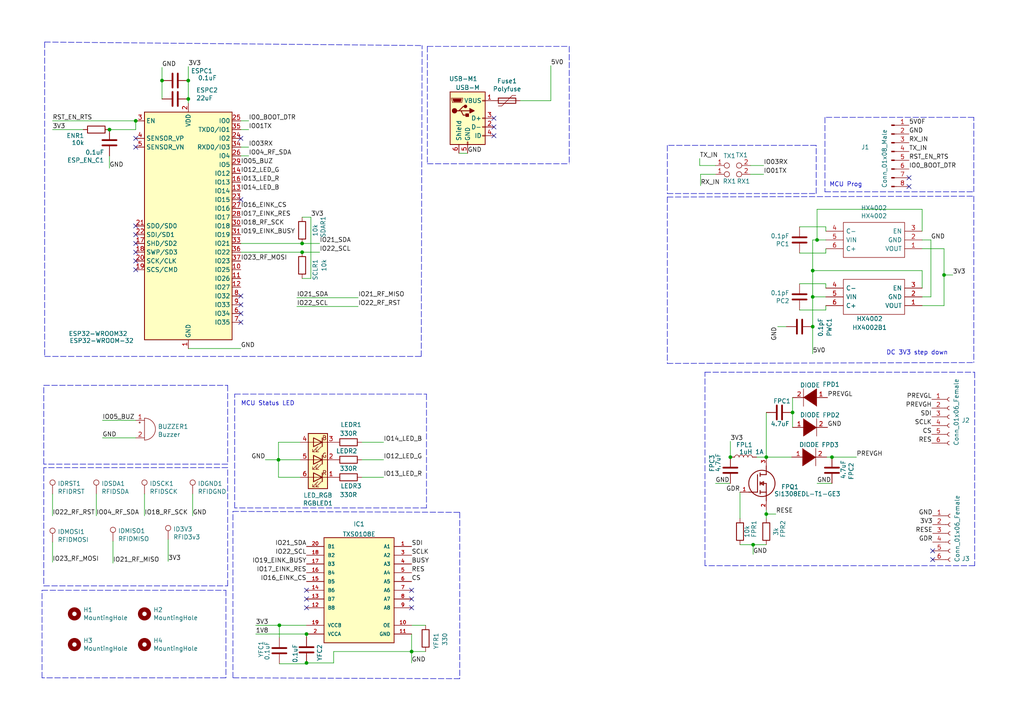
<source format=kicad_sch>
(kicad_sch (version 20211123) (generator eeschema)
  (paper "A4")
  (title_block (title "Wireless RFID NFC Contactless Card Reader - Board") (rev "2.3") (company "AeonLabs") (comment 1 "Copyright 2022"))
  (lib_symbols
    (symbol "Connector:Conn_01x06_Female" (pin_names (offset 1.016) hide)
      (property "Reference" "J" (at 0 7.62 0))
      (property "Value" "Conn_01x06_Female" (at 0 -10.16 0))
      (symbol "Conn_01x06_Female_1_1"
        (arc (start 0 -7.112) (mid -0.508 -7.62) (end 0 -8.128) (stroke (width 0.1524)))
        (arc (start 0 -4.572) (mid -0.508 -5.08) (end 0 -5.588) (stroke (width 0.1524)))
        (arc (start 0 -2.032) (mid -0.508 -2.54) (end 0 -3.048) (stroke (width 0.1524)))
        (polyline (pts (xy -1.27 -7.62) (xy -0.508 -7.62)) (stroke (width 0.1524)))
        (polyline (pts (xy -1.27 -5.08) (xy -0.508 -5.08)) (stroke (width 0.1524)))
        (polyline (pts (xy -1.27 -2.54) (xy -0.508 -2.54)) (stroke (width 0.1524)))
        (polyline (pts (xy -1.27 0) (xy -0.508 0)) (stroke (width 0.1524)))
        (polyline (pts (xy -1.27 2.54) (xy -0.508 2.54)) (stroke (width 0.1524)))
        (polyline (pts (xy -1.27 5.08) (xy -0.508 5.08)) (stroke (width 0.1524)))
        (arc (start 0 0.508) (mid -0.508 0) (end 0 -0.508) (stroke (width 0.1524)))
        (arc (start 0 3.048) (mid -0.508 2.54) (end 0 2.032) (stroke (width 0.1524)))
        (arc (start 0 5.588) (mid -0.508 5.08) (end 0 4.572) (stroke (width 0.1524)))
        (pin passive line (at -5.08 5.08 0) (length 3.81) (name "Pin_1") (number "1"))
        (pin passive line (at -5.08 2.54 0) (length 3.81) (name "Pin_2") (number "2"))
        (pin passive line (at -5.08 0 0) (length 3.81) (name "Pin_3") (number "3"))
        (pin passive line (at -5.08 -2.54 0) (length 3.81) (name "Pin_4") (number "4"))
        (pin passive line (at -5.08 -5.08 0) (length 3.81) (name "Pin_5") (number "5"))
        (pin passive line (at -5.08 -7.62 0) (length 3.81) (name "Pin_6") (number "6"))
      )
    )
    (symbol "Connector:Conn_01x08_Male" (pin_names (offset 1.016) hide)
      (property "Reference" "J" (at 0 10.16 0))
      (property "Value" "Conn_01x08_Male" (at 0 -12.7 0))
      (symbol "Conn_01x08_Male_1_1"
        (polyline (pts (xy 1.27 -10.16) (xy 0.8636 -10.16)) (stroke (width 0.1524)))
        (polyline (pts (xy 1.27 -7.62) (xy 0.8636 -7.62)) (stroke (width 0.1524)))
        (polyline (pts (xy 1.27 -5.08) (xy 0.8636 -5.08)) (stroke (width 0.1524)))
        (polyline (pts (xy 1.27 -2.54) (xy 0.8636 -2.54)) (stroke (width 0.1524)))
        (polyline (pts (xy 1.27 0) (xy 0.8636 0)) (stroke (width 0.1524)))
        (polyline (pts (xy 1.27 2.54) (xy 0.8636 2.54)) (stroke (width 0.1524)))
        (polyline (pts (xy 1.27 5.08) (xy 0.8636 5.08)) (stroke (width 0.1524)))
        (polyline (pts (xy 1.27 7.62) (xy 0.8636 7.62)) (stroke (width 0.1524)))
        (rectangle (start 0.8636 -10.033) (end 0 -10.287) (stroke (width 0.1524)) (fill (type outline)))
        (rectangle (start 0.8636 -7.493) (end 0 -7.747) (stroke (width 0.1524)) (fill (type outline)))
        (rectangle (start 0.8636 -4.953) (end 0 -5.207) (stroke (width 0.1524)) (fill (type outline)))
        (rectangle (start 0.8636 -2.413) (end 0 -2.667) (stroke (width 0.1524)) (fill (type outline)))
        (rectangle (start 0.8636 0.127) (end 0 -0.127) (stroke (width 0.1524)) (fill (type outline)))
        (rectangle (start 0.8636 2.667) (end 0 2.413) (stroke (width 0.1524)) (fill (type outline)))
        (rectangle (start 0.8636 5.207) (end 0 4.953) (stroke (width 0.1524)) (fill (type outline)))
        (rectangle (start 0.8636 7.747) (end 0 7.493) (stroke (width 0.1524)) (fill (type outline)))
        (pin passive line (at 5.08 7.62 180) (length 3.81) (name "Pin_1") (number "1"))
        (pin passive line (at 5.08 5.08 180) (length 3.81) (name "Pin_2") (number "2"))
        (pin passive line (at 5.08 2.54 180) (length 3.81) (name "Pin_3") (number "3"))
        (pin passive line (at 5.08 0 180) (length 3.81) (name "Pin_4") (number "4"))
        (pin passive line (at 5.08 -2.54 180) (length 3.81) (name "Pin_5") (number "5"))
        (pin passive line (at 5.08 -5.08 180) (length 3.81) (name "Pin_6") (number "6"))
        (pin passive line (at 5.08 -7.62 180) (length 3.81) (name "Pin_7") (number "7"))
        (pin passive line (at 5.08 -10.16 180) (length 3.81) (name "Pin_8") (number "8"))
      )
    )
    (symbol "Connector:TestPoint" (pin_numbers hide) (pin_names (offset 0.762) hide)
      (property "Reference" "TP" (at 0 6.858 0))
      (property "Value" "TestPoint" (at 0 5.08 0))
      (symbol "TestPoint_0_1"
        (circle (center 0 3.302) (radius 0.762))
      )
      (symbol "TestPoint_1_1"
        (pin passive line (at 0 0 90) (length 2.54) (name "1") (number "1"))
      )
    )
    (symbol "Connector:TestPoint_2Pole" (pin_names (offset 0.762) hide)
      (property "Reference" "TP" (at 0 1.524 0))
      (property "Value" "TestPoint_2Pole" (at 0 -1.778 0))
      (symbol "TestPoint_2Pole_0_1"
        (circle (center -1.778 0) (radius 0.762))
        (circle (center 1.778 0) (radius 0.762))
        (pin passive line (at -5.08 0 0) (length 2.54) (name "1") (number "1"))
        (pin passive line (at 5.08 0 180) (length 2.54) (name "2") (number "2"))
      )
    )
    (symbol "Connector:USB_B_Micro" (pin_names (offset 1.016))
      (property "Reference" "J" (at -5.08 11.43 0))
      (property "Value" "USB_B_Micro" (at -5.08 8.89 0))
      (symbol "USB_B_Micro_0_1"
        (rectangle (start -5.08 -7.62) (end 5.08 7.62) (stroke (width 0.254)) (fill (type background)))
        (circle (center -3.81 2.159) (radius 0.635) (stroke (width 0.254)) (fill (type outline)))
        (circle (center -0.635 3.429) (radius 0.381) (stroke (width 0.254)) (fill (type outline)))
        (rectangle (start -0.127 -7.62) (end 0.127 -6.858))
        (polyline (pts (xy -1.905 2.159) (xy 0.635 2.159)) (stroke (width 0.254)))
        (polyline (pts (xy -3.175 2.159) (xy -2.54 2.159) (xy -1.27 3.429) (xy -0.635 3.429)) (stroke (width 0.254)))
        (polyline (pts (xy -2.54 2.159) (xy -1.905 2.159) (xy -1.27 0.889) (xy 0 0.889)) (stroke (width 0.254)))
        (polyline (pts (xy 0.635 2.794) (xy 0.635 1.524) (xy 1.905 2.159) (xy 0.635 2.794)) (stroke (width 0.254)) (fill (type outline)))
        (polyline (pts (xy -4.318 5.588) (xy -1.778 5.588) (xy -2.032 4.826) (xy -4.064 4.826) (xy -4.318 5.588)) (fill (type outline)))
        (polyline (pts (xy -4.699 5.842) (xy -4.699 5.588) (xy -4.445 4.826) (xy -4.445 4.572) (xy -1.651 4.572) (xy -1.651 4.826) (xy -1.397 5.588) (xy -1.397 5.842) (xy -4.699 5.842)))
        (rectangle (start 0.254 1.27) (end -0.508 0.508) (stroke (width 0.254)) (fill (type outline)))
        (rectangle (start 5.08 -5.207) (end 4.318 -4.953))
        (rectangle (start 5.08 -2.667) (end 4.318 -2.413))
        (rectangle (start 5.08 -0.127) (end 4.318 0.127))
        (rectangle (start 5.08 4.953) (end 4.318 5.207))
      )
      (symbol "USB_B_Micro_1_1"
        (pin power_out line (at 7.62 5.08 180) (length 2.54) (name "VBUS") (number "1"))
        (pin bidirectional line (at 7.62 -2.54 180) (length 2.54) (name "D-") (number "2"))
        (pin bidirectional line (at 7.62 0 180) (length 2.54) (name "D+") (number "3"))
        (pin passive line (at 7.62 -5.08 180) (length 2.54) (name "ID") (number "4"))
        (pin power_out line (at 0 -10.16 90) (length 2.54) (name "GND") (number "5"))
        (pin passive line (at -2.54 -10.16 90) (length 2.54) (name "Shield") (number "6"))
      )
    )
    (symbol "Device:Buzzer" (pin_names (offset 0.0254) hide)
      (property "Reference" "BZ" (at 3.81 1.27 0))
      (property "Value" "Buzzer" (at 3.81 -1.27 0))
      (symbol "Buzzer_0_1"
        (arc (start 0 -3.175) (mid 3.175 0) (end 0 3.175))
        (polyline (pts (xy -1.651 1.905) (xy -1.143 1.905)))
        (polyline (pts (xy -1.397 2.159) (xy -1.397 1.651)))
        (polyline (pts (xy 0 3.175) (xy 0 -3.175)))
      )
      (symbol "Buzzer_1_1"
        (pin passive line (at -2.54 2.54 0) (length 2.54) (name "-") (number "1"))
        (pin passive line (at -2.54 -2.54 0) (length 2.54) (name "+") (number "2"))
      )
    )
    (symbol "Device:C" (pin_numbers hide) (pin_names (offset 0.254))
      (property "Reference" "C" (at 0.635 2.54 0))
      (property "Value" "C" (at 0.635 -2.54 0))
      (symbol "C_0_1"
        (polyline (pts (xy -2.032 -0.762) (xy 2.032 -0.762)) (stroke (width 0.508)))
        (polyline (pts (xy -2.032 0.762) (xy 2.032 0.762)) (stroke (width 0.508)))
      )
      (symbol "C_1_1"
        (pin passive line (at 0 3.81 270) (length 2.794) (name "~") (number "1"))
        (pin passive line (at 0 -3.81 90) (length 2.794) (name "~") (number "2"))
      )
    )
    (symbol "Device:L" (pin_numbers hide) (pin_names (offset 1.016) hide)
      (property "Reference" "L" (at -1.27 0 90))
      (property "Value" "L" (at 1.905 0 90))
      (symbol "L_0_1"
        (arc (start 0 -2.54) (mid 0.635 -1.905) (end 0 -1.27))
        (arc (start 0 -1.27) (mid 0.635 -0.635) (end 0 0))
        (arc (start 0 0) (mid 0.635 0.635) (end 0 1.27))
        (arc (start 0 1.27) (mid 0.635 1.905) (end 0 2.54))
      )
      (symbol "L_1_1"
        (pin passive line (at 0 3.81 270) (length 1.27) (name "1") (number "1"))
        (pin passive line (at 0 -3.81 90) (length 1.27) (name "2") (number "2"))
      )
    )
    (symbol "Device:LED_RGB" (pin_names (offset 0) hide)
      (property "Reference" "D" (at 0 9.398 0))
      (property "Value" "LED_RGB" (at 0 -8.89 0))
      (symbol "LED_RGB_0_0"
        (text "B" (at -1.905 -6.35 0) (effects (font (size 1.27 1.27))))
        (text "G" (at -1.905 -1.27 0) (effects (font (size 1.27 1.27))))
        (text "R" (at -1.905 3.81 0) (effects (font (size 1.27 1.27))))
      )
      (symbol "LED_RGB_0_1"
        (polyline (pts (xy -1.27 -5.08) (xy -2.54 -5.08)))
        (polyline (pts (xy -1.27 -5.08) (xy 1.27 -5.08)))
        (polyline (pts (xy -1.27 -3.81) (xy -1.27 -6.35)) (stroke (width 0.254)))
        (polyline (pts (xy -1.27 0) (xy -2.54 0)))
        (polyline (pts (xy -1.27 1.27) (xy -1.27 -1.27)) (stroke (width 0.254)))
        (polyline (pts (xy -1.27 5.08) (xy -2.54 5.08)))
        (polyline (pts (xy -1.27 5.08) (xy 1.27 5.08)))
        (polyline (pts (xy -1.27 6.35) (xy -1.27 3.81)) (stroke (width 0.254)))
        (polyline (pts (xy 1.27 -5.08) (xy 2.54 -5.08)))
        (polyline (pts (xy 1.27 0) (xy -1.27 0)))
        (polyline (pts (xy 1.27 0) (xy 2.54 0)))
        (polyline (pts (xy 1.27 5.08) (xy 2.54 5.08)))
        (polyline (pts (xy -1.27 1.27) (xy -1.27 -1.27) (xy -1.27 -1.27)))
        (polyline (pts (xy -1.27 6.35) (xy -1.27 3.81) (xy -1.27 3.81)))
        (polyline (pts (xy 1.27 -3.81) (xy 1.27 -6.35) (xy -1.27 -5.08) (xy 1.27 -3.81)) (stroke (width 0.254)))
        (polyline (pts (xy 1.27 1.27) (xy 1.27 -1.27) (xy -1.27 0) (xy 1.27 1.27)) (stroke (width 0.254)))
        (polyline (pts (xy 1.27 6.35) (xy 1.27 3.81) (xy -1.27 5.08) (xy 1.27 6.35)) (stroke (width 0.254)))
        (polyline (pts (xy -1.016 -3.81) (xy 0.508 -2.286) (xy -0.254 -2.286) (xy 0.508 -2.286) (xy 0.508 -3.048)))
        (polyline (pts (xy -1.016 1.27) (xy 0.508 2.794) (xy -0.254 2.794) (xy 0.508 2.794) (xy 0.508 2.032)))
        (polyline (pts (xy -1.016 6.35) (xy 0.508 7.874) (xy -0.254 7.874) (xy 0.508 7.874) (xy 0.508 7.112)))
        (polyline (pts (xy 0 -3.81) (xy 1.524 -2.286) (xy 0.762 -2.286) (xy 1.524 -2.286) (xy 1.524 -3.048)))
        (polyline (pts (xy 0 1.27) (xy 1.524 2.794) (xy 0.762 2.794) (xy 1.524 2.794) (xy 1.524 2.032)))
        (polyline (pts (xy 0 6.35) (xy 1.524 7.874) (xy 0.762 7.874) (xy 1.524 7.874) (xy 1.524 7.112)))
        (rectangle (start 1.27 -1.27) (end 1.27 1.27))
        (rectangle (start 1.27 1.27) (end 1.27 1.27))
        (rectangle (start 1.27 3.81) (end 1.27 6.35))
        (rectangle (start 1.27 6.35) (end 1.27 6.35))
        (rectangle (start 2.794 8.382) (end -2.794 -7.62) (stroke (width 0.254)) (fill (type background)))
      )
      (symbol "LED_RGB_1_1"
        (pin passive line (at -5.08 5.08 0) (length 2.54) (name "RK") (number "1"))
        (pin passive line (at -5.08 0 0) (length 2.54) (name "GK") (number "2"))
        (pin passive line (at -5.08 -5.08 0) (length 2.54) (name "BK") (number "3"))
        (pin passive line (at 5.08 -5.08 180) (length 2.54) (name "BA") (number "4"))
        (pin passive line (at 5.08 0 180) (length 2.54) (name "GA") (number "5"))
        (pin passive line (at 5.08 5.08 180) (length 2.54) (name "RA") (number "6"))
      )
    )
    (symbol "Device:Polyfuse" (pin_numbers hide) (pin_names (offset 0))
      (property "Reference" "F" (at -2.54 0 90))
      (property "Value" "Polyfuse" (at 2.54 0 90))
      (symbol "Polyfuse_0_1"
        (rectangle (start -0.762 2.54) (end 0.762 -2.54) (stroke (width 0.254)))
        (polyline (pts (xy 0 2.54) (xy 0 -2.54)))
        (polyline (pts (xy -1.524 2.54) (xy -1.524 1.524) (xy 1.524 -1.524) (xy 1.524 -2.54)))
      )
      (symbol "Polyfuse_1_1"
        (pin passive line (at 0 3.81 270) (length 1.27) (name "~") (number "1"))
        (pin passive line (at 0 -3.81 90) (length 1.27) (name "~") (number "2"))
      )
    )
    (symbol "Device:R" (pin_numbers hide) (pin_names (offset 0))
      (property "Reference" "R" (at 2.032 0 90))
      (property "Value" "R" (at 0 0 90))
      (symbol "R_0_1"
        (rectangle (start -1.016 -2.54) (end 1.016 2.54) (stroke (width 0.254)))
      )
      (symbol "R_1_1"
        (pin passive line (at 0 3.81 270) (length 1.27) (name "~") (number "1"))
        (pin passive line (at 0 -3.81 90) (length 1.27) (name "~") (number "2"))
      )
    )
    (symbol "HX4002:HX4002" (pin_names (offset 0.762))
      (property "Reference" "IC" (at 24.13 7.62 0))
      (property "Value" "HX4002_HX4002" (at 24.13 5.08 0))
      (symbol "HX4002_0_0"
        (pin passive line (at 0 0 0) (length 5.08) (name "VOUT") (number "1"))
        (pin passive line (at 0 -2.54 0) (length 5.08) (name "GND") (number "2"))
        (pin passive line (at 0 -5.08 0) (length 5.08) (name "EN") (number "3"))
        (pin passive line (at 27.94 -5.08 180) (length 5.08) (name "C-") (number "4"))
        (pin passive line (at 27.94 -2.54 180) (length 5.08) (name "VIN") (number "5"))
        (pin passive line (at 27.94 0 180) (length 5.08) (name "C+") (number "6"))
      )
      (symbol "HX4002_0_1"
        (polyline (pts (xy 5.08 2.54) (xy 22.86 2.54) (xy 22.86 -7.62) (xy 5.08 -7.62) (xy 5.08 2.54)) (stroke (width 0.1524)))
      )
    )
    (symbol "Mechanical:MountingHole" (pin_names (offset 1.016))
      (property "Reference" "H" (at 0 5.08 0))
      (property "Value" "MountingHole" (at 0 3.175 0))
      (symbol "MountingHole_0_1"
        (circle (center 0 0) (radius 1.27) (stroke (width 1.27)))
      )
    )
    (symbol "RF_Module:ESP32-WROOM-32"
      (property "Reference" "U" (at -12.7 34.29 0))
      (property "Value" "ESP32-WROOM-32" (at 1.27 34.29 0))
      (symbol "ESP32-WROOM-32_0_1"
        (rectangle (start -12.7 33.02) (end 12.7 -33.02) (stroke (width 0.254)) (fill (type background)))
      )
      (symbol "ESP32-WROOM-32_1_1"
        (pin power_in line (at 0 -35.56 90) (length 2.54) (name "GND") (number "1"))
        (pin bidirectional line (at 15.24 -12.7 180) (length 2.54) (name "IO25") (number "10"))
        (pin bidirectional line (at 15.24 -15.24 180) (length 2.54) (name "IO26") (number "11"))
        (pin bidirectional line (at 15.24 -17.78 180) (length 2.54) (name "IO27") (number "12"))
        (pin bidirectional line (at 15.24 10.16 180) (length 2.54) (name "IO14") (number "13"))
        (pin bidirectional line (at 15.24 15.24 180) (length 2.54) (name "IO12") (number "14"))
        (pin passive line (at 0 -35.56 90) (length 2.54) hide (name "GND") (number "15"))
        (pin bidirectional line (at 15.24 12.7 180) (length 2.54) (name "IO13") (number "16"))
        (pin bidirectional line (at -15.24 -5.08 0) (length 2.54) (name "SHD/SD2") (number "17"))
        (pin bidirectional line (at -15.24 -7.62 0) (length 2.54) (name "SWP/SD3") (number "18"))
        (pin bidirectional line (at -15.24 -12.7 0) (length 2.54) (name "SCS/CMD") (number "19"))
        (pin power_in line (at 0 35.56 270) (length 2.54) (name "VDD") (number "2"))
        (pin bidirectional line (at -15.24 -10.16 0) (length 2.54) (name "SCK/CLK") (number "20"))
        (pin bidirectional line (at -15.24 0 0) (length 2.54) (name "SDO/SD0") (number "21"))
        (pin bidirectional line (at -15.24 -2.54 0) (length 2.54) (name "SDI/SD1") (number "22"))
        (pin bidirectional line (at 15.24 7.62 180) (length 2.54) (name "IO15") (number "23"))
        (pin bidirectional line (at 15.24 25.4 180) (length 2.54) (name "IO2") (number "24"))
        (pin bidirectional line (at 15.24 30.48 180) (length 2.54) (name "IO0") (number "25"))
        (pin bidirectional line (at 15.24 20.32 180) (length 2.54) (name "IO4") (number "26"))
        (pin bidirectional line (at 15.24 5.08 180) (length 2.54) (name "IO16") (number "27"))
        (pin bidirectional line (at 15.24 2.54 180) (length 2.54) (name "IO17") (number "28"))
        (pin bidirectional line (at 15.24 17.78 180) (length 2.54) (name "IO5") (number "29"))
        (pin input line (at -15.24 30.48 0) (length 2.54) (name "EN") (number "3"))
        (pin bidirectional line (at 15.24 0 180) (length 2.54) (name "IO18") (number "30"))
        (pin bidirectional line (at 15.24 -2.54 180) (length 2.54) (name "IO19") (number "31"))
        (pin no_connect line (at -12.7 -27.94 0) (length 2.54) hide (name "NC") (number "32"))
        (pin bidirectional line (at 15.24 -5.08 180) (length 2.54) (name "IO21") (number "33"))
        (pin bidirectional line (at 15.24 22.86 180) (length 2.54) (name "RXD0/IO3") (number "34"))
        (pin bidirectional line (at 15.24 27.94 180) (length 2.54) (name "TXD0/IO1") (number "35"))
        (pin bidirectional line (at 15.24 -7.62 180) (length 2.54) (name "IO22") (number "36"))
        (pin bidirectional line (at 15.24 -10.16 180) (length 2.54) (name "IO23") (number "37"))
        (pin passive line (at 0 -35.56 90) (length 2.54) hide (name "GND") (number "38"))
        (pin passive line (at 0 -35.56 90) (length 2.54) hide (name "GND") (number "39"))
        (pin input line (at -15.24 25.4 0) (length 2.54) (name "SENSOR_VP") (number "4"))
        (pin input line (at -15.24 22.86 0) (length 2.54) (name "SENSOR_VN") (number "5"))
        (pin input line (at 15.24 -25.4 180) (length 2.54) (name "IO34") (number "6"))
        (pin input line (at 15.24 -27.94 180) (length 2.54) (name "IO35") (number "7"))
        (pin bidirectional line (at 15.24 -20.32 180) (length 2.54) (name "IO32") (number "8"))
        (pin bidirectional line (at 15.24 -22.86 180) (length 2.54) (name "IO33") (number "9"))
      )
    )
    (symbol "Transistor_FET:SI1308EDL-T1-GE3" (pin_names (offset 1.016) hide)
      (property "Reference" "Q" (at 11.43 3.81 0))
      (property "Value" "SI1308EDL-T1-GE3" (at 13.208 6.604 0))
      (symbol "SI1308EDL-T1-GE3_0_0"
        (polyline (pts (xy 2.54 0) (xy 5.08 0)) (stroke (width 0.254)))
        (polyline (pts (xy 5.08 5.08) (xy 5.08 0)) (stroke (width 0.254)))
        (polyline (pts (xy 5.842 -0.508) (xy 5.842 0.508)) (stroke (width 0.254)))
        (polyline (pts (xy 5.842 0) (xy 7.62 0)) (stroke (width 0.254)))
        (polyline (pts (xy 5.842 2.032) (xy 5.842 3.048)) (stroke (width 0.254)))
        (polyline (pts (xy 5.842 5.588) (xy 5.842 4.572)) (stroke (width 0.254)))
        (polyline (pts (xy 7.62 2.54) (xy 5.842 2.54)) (stroke (width 0.254)))
        (polyline (pts (xy 7.62 2.54) (xy 7.62 -2.54)) (stroke (width 0.254)))
        (polyline (pts (xy 7.62 5.08) (xy 5.842 5.08)) (stroke (width 0.254)))
        (polyline (pts (xy 7.62 5.08) (xy 7.62 7.62)) (stroke (width 0.254)))
        (polyline (pts (xy 5.842 2.54) (xy 6.858 3.048) (xy 6.858 2.032) (xy 5.842 2.54)) (stroke (width 0.254)) (fill (type background)))
        (circle (center 6.35 2.54) (radius 3.81) (stroke (width 0.254)))
        (pin bidirectional line (at 0 0 0) (length 2.54) (name "~") (number "1"))
        (pin bidirectional line (at 7.62 -5.08 90) (length 2.54) (name "~") (number "2"))
        (pin bidirectional line (at 7.62 10.16 270) (length 2.54) (name "~") (number "3"))
      )
    )
    (symbol "power:TXS0108E" (pin_names (offset 1.016))
      (property "Reference" "IC" (at -10.16 16.256 0))
      (property "Value" "TXS0108E" (at -10.16 -18.034 0))
      (symbol "TXS0108E_0_0"
        (rectangle (start -10.16 -15.24) (end 10.16 15.24) (stroke (width 0.254)) (fill (type background)))
        (pin bidirectional line (at 15.24 12.7 180) (length 5.08) (name "A1") (number "1"))
        (pin bidirectional line (at 15.24 -10.16 180) (length 5.08) (name "OE") (number "10"))
        (pin bidirectional line (at 15.24 -12.7 180) (length 5.08) (name "GND") (number "11"))
        (pin bidirectional line (at -15.24 -5.08 0) (length 5.08) (name "B8") (number "12"))
        (pin bidirectional line (at -15.24 -2.54 0) (length 5.08) (name "B7") (number "13"))
        (pin bidirectional line (at -15.24 0 0) (length 5.08) (name "B6") (number "14"))
        (pin bidirectional line (at -15.24 2.54 0) (length 5.08) (name "B5") (number "15"))
        (pin bidirectional line (at -15.24 5.08 0) (length 5.08) (name "B4") (number "16"))
        (pin bidirectional line (at -15.24 7.62 0) (length 5.08) (name "B3") (number "17"))
        (pin bidirectional line (at -15.24 10.16 0) (length 5.08) (name "B2") (number "18"))
        (pin bidirectional line (at -15.24 -10.16 0) (length 5.08) (name "VCCB") (number "19"))
        (pin bidirectional line (at -15.24 -12.7 0) (length 5.08) (name "VCCA") (number "2"))
        (pin bidirectional line (at -15.24 12.7 0) (length 5.08) (name "B1") (number "20"))
        (pin bidirectional line (at 15.24 10.16 180) (length 5.08) (name "A2") (number "3"))
        (pin bidirectional line (at 15.24 7.62 180) (length 5.08) (name "A3") (number "4"))
        (pin bidirectional line (at 15.24 5.08 180) (length 5.08) (name "A4") (number "5"))
        (pin bidirectional line (at 15.24 2.54 180) (length 5.08) (name "A5") (number "6"))
        (pin bidirectional line (at 15.24 0 180) (length 5.08) (name "A6") (number "7"))
        (pin bidirectional line (at 15.24 -2.54 180) (length 5.08) (name "A7") (number "8"))
        (pin bidirectional line (at 15.24 -5.08 180) (length 5.08) (name "A8") (number "9"))
      )
    )
    (symbol "pspice:DIODE" (pin_names (offset 1.016) hide)
      (property "Reference" "D" (at 0 3.81 0))
      (property "Value" "DIODE" (at 0 -4.445 0))
      (symbol "DIODE_0_1"
        (polyline (pts (xy 1.905 2.54) (xy 1.905 -2.54)))
        (polyline (pts (xy -1.905 2.54) (xy -1.905 -2.54) (xy 1.905 0)) (fill (type outline)))
      )
      (symbol "DIODE_1_1"
        (pin input line (at -5.08 0 0) (length 3.81) (name "K") (number "1"))
        (pin input line (at 5.08 0 180) (length 3.81) (name "A") (number "2"))
      )
    )
  )
  (junction (at 218.44 157.988))
  (junction (at 81.026 181.356))
  (junction (at 273.812 79.756))
  (junction (at 229.87 119.634))
  (junction (at 119.38 188.976))
  (junction (at 235.712 94.742))
  (junction (at 54.61 23.368))
  (junction (at 88.9 183.896))
  (junction (at 87.63 70.612))
  (junction (at 235.712 78.486))
  (junction (at 39.37 35.052))
  (junction (at 236.982 69.596))
  (junction (at 241.3 132.588))
  (junction (at 80.772 133.35))
  (junction (at 31.75 37.592))
  (junction (at 46.99 23.368))
  (junction (at 88.9 192.278))
  (junction (at 54.61 28.702))
  (junction (at 222.25 132.588))
  (junction (at 235.712 86.106))
  (junction (at 87.63 73.152))
  (junction (at 211.836 132.588))
  (junction (at 222.25 149.098))
  (no_connect (at 119.38 171.196))
  (no_connect (at 88.9 171.196))
  (no_connect (at 39.37 65.532))
  (no_connect (at 143.256 36.83))
  (no_connect (at 143.256 34.29))
  (no_connect (at 119.38 173.736))
  (no_connect (at 119.38 176.276))
  (no_connect (at 88.9 173.736))
  (no_connect (at 88.9 176.276))
  (no_connect (at 69.85 85.852))
  (no_connect (at 69.85 88.392))
  (no_connect (at 69.85 90.932))
  (no_connect (at 39.37 78.232))
  (no_connect (at 39.37 73.152))
  (no_connect (at 263.652 51.562))
  (no_connect (at 39.37 42.672))
  (no_connect (at 270.51 159.766))
  (no_connect (at 270.51 162.306))
  (no_connect (at 69.85 40.132))
  (no_connect (at 39.37 75.692))
  (no_connect (at 39.37 70.612))
  (no_connect (at 39.37 40.132))
  (no_connect (at 39.37 68.072))
  (no_connect (at 143.256 39.37))
  (no_connect (at 69.85 57.912))
  (no_connect (at 263.652 54.102))
  (no_connect (at 69.85 93.472))
  (wire (pts (xy 55.88 143.256) (xy 55.88 149.606)))
  (polyline (pts (xy 12.7 134.62) (xy 12.7 111.76)))
  (wire (pts (xy 239.522 82.296) (xy 231.902 82.296)))
  (polyline (pts (xy 12.954 12.192) (xy 122.428 13.208)))
  (wire (pts (xy 222.25 132.588) (xy 229.616 132.588)))
  (wire (pts (xy 15.24 143.256) (xy 15.24 149.606)))
  (wire (pts (xy 218.44 157.988) (xy 222.25 157.988)))
  (wire (pts (xy 87.63 73.152) (xy 92.71 73.152)))
  (wire (pts (xy 214.63 142.748) (xy 214.63 150.368)))
  (wire (pts (xy 270.002 69.596) (xy 270.002 86.106)))
  (wire (pts (xy 87.63 62.992) (xy 90.17 62.992)))
  (wire (pts (xy 119.38 188.976) (xy 123.444 188.976)))
  (wire (pts (xy 54.61 28.702) (xy 54.61 29.972)))
  (wire (pts (xy 104.902 128.27) (xy 111.252 128.27)))
  (wire (pts (xy 229.87 119.634) (xy 229.87 123.952)))
  (wire (pts (xy 273.812 79.756) (xy 273.812 88.646)))
  (polyline (pts (xy 66.04 135.636) (xy 12.7 135.636)))
  (polyline (pts (xy 123.952 13.462) (xy 165.1 13.462)))
  (wire (pts (xy 69.85 73.152) (xy 87.63 73.152)))
  (wire (pts (xy 69.85 35.052) (xy 72.136 35.052)))
  (wire (pts (xy 276.352 79.756) (xy 273.812 79.756)))
  (wire (pts (xy 27.94 143.256) (xy 27.94 149.606)))
  (wire (pts (xy 159.766 19.05) (xy 159.766 29.21)))
  (wire (pts (xy 80.772 133.35) (xy 76.962 133.35)))
  (wire (pts (xy 39.37 121.92) (xy 29.718 121.92)))
  (wire (pts (xy 119.38 181.356) (xy 123.444 181.356)))
  (polyline (pts (xy 236.728 42.164) (xy 193.548 42.164)))
  (wire (pts (xy 270.002 86.106) (xy 267.462 86.106)))
  (wire (pts (xy 211.836 128.016) (xy 211.836 132.588)))
  (wire (pts (xy 119.38 183.896) (xy 119.38 188.976)))
  (wire (pts (xy 239.522 88.646) (xy 239.522 89.916)))
  (polyline (pts (xy 68.072 147.32) (xy 68.072 114.3)))
  (wire (pts (xy 217.678 50.546) (xy 221.488 50.546)))
  (polyline (pts (xy 204.47 164.084) (xy 204.47 107.95)))
  (wire (pts (xy 202.946 48.006) (xy 207.518 48.006)))
  (polyline (pts (xy 12.7 169.926) (xy 66.04 169.926)))
  (wire (pts (xy 235.712 86.106) (xy 235.712 78.486)))
  (wire (pts (xy 69.85 42.672) (xy 72.136 42.672)))
  (wire (pts (xy 54.61 23.368) (xy 54.61 28.702)))
  (wire (pts (xy 119.38 188.976) (xy 119.38 192.278)))
  (wire (pts (xy 96.774 188.976) (xy 96.774 192.278)))
  (wire (pts (xy 133.096 44.45) (xy 135.636 44.45)))
  (polyline (pts (xy 67.564 196.596) (xy 67.564 148.336)))
  (wire (pts (xy 88.9 192.532) (xy 88.9 192.278)))
  (wire (pts (xy 119.38 188.976) (xy 96.774 188.976)))
  (wire (pts (xy 87.63 70.612) (xy 92.71 70.612)))
  (wire (pts (xy 235.712 86.106) (xy 235.712 94.742)))
  (wire (pts (xy 81.026 184.912) (xy 81.026 181.356)))
  (polyline (pts (xy 239.268 34.036) (xy 239.268 55.626)))
  (polyline (pts (xy 133.35 196.85) (xy 67.564 196.596)))
  (wire (pts (xy 46.99 23.368) (xy 46.99 28.702)))
  (polyline (pts (xy 123.698 147.32) (xy 68.072 147.32)))
  (wire (pts (xy 15.24 157.226) (xy 15.24 163.068)))
  (wire (pts (xy 236.982 69.596) (xy 239.522 69.596)))
  (wire (pts (xy 69.85 37.592) (xy 72.136 37.592)))
  (wire (pts (xy 74.168 181.356) (xy 81.026 181.356)))
  (wire (pts (xy 219.456 132.588) (xy 222.25 132.588)))
  (polyline (pts (xy 12.192 196.596) (xy 12.192 171.196)))
  (wire (pts (xy 236.982 140.208) (xy 241.3 140.208)))
  (wire (pts (xy 54.61 19.304) (xy 54.61 23.368)))
  (wire (pts (xy 217.678 48.006) (xy 221.488 48.006)))
  (polyline (pts (xy 123.952 47.498) (xy 165.1 47.498)))
  (polyline (pts (xy 66.04 134.62) (xy 12.7 134.62)))
  (wire (pts (xy 218.44 157.988) (xy 218.44 160.782)))
  (wire (pts (xy 203.2 50.546) (xy 207.518 50.546)))
  (wire (pts (xy 203.2 50.546) (xy 203.2 53.848)))
  (wire (pts (xy 267.462 78.486) (xy 267.462 83.566)))
  (wire (pts (xy 32.766 156.972) (xy 32.766 163.322)))
  (wire (pts (xy 235.712 69.596) (xy 236.982 69.596)))
  (wire (pts (xy 207.518 140.208) (xy 211.836 140.208)))
  (polyline (pts (xy 12.192 171.196) (xy 65.532 171.196)))
  (wire (pts (xy 31.75 45.212) (xy 31.75 48.768)))
  (polyline (pts (xy 12.7 111.76) (xy 66.04 111.76)))
  (polyline (pts (xy 282.448 34.036) (xy 239.268 34.036)))
  (wire (pts (xy 273.812 72.136) (xy 273.812 79.756)))
  (wire (pts (xy 74.168 183.896) (xy 88.9 183.896)))
  (polyline (pts (xy 193.548 42.164) (xy 193.548 56.134)))
  (polyline (pts (xy 204.47 107.95) (xy 204.47 107.95)))
  (polyline (pts (xy 236.728 56.134) (xy 236.728 42.164)))
  (wire (pts (xy 15.24 35.052) (xy 39.37 35.052)))
  (wire (pts (xy 48.768 156.464) (xy 48.768 162.814)))
  (wire (pts (xy 239.776 132.588) (xy 241.3 132.588)))
  (wire (pts (xy 39.37 35.052) (xy 39.37 37.592)))
  (polyline (pts (xy 193.548 57.15) (xy 193.548 105.41)))
  (wire (pts (xy 239.522 73.406) (xy 231.902 73.406)))
  (wire (pts (xy 273.812 88.646) (xy 267.462 88.646)))
  (polyline (pts (xy 123.952 13.462) (xy 123.952 47.498)))
  (polyline (pts (xy 239.268 55.626) (xy 282.448 55.626)))
  (wire (pts (xy 150.876 29.21) (xy 159.766 29.21)))
  (polyline (pts (xy 12.954 12.192) (xy 12.954 103.378)))
  (wire (pts (xy 222.25 119.634) (xy 222.25 132.588)))
  (wire (pts (xy 239.522 72.136) (xy 239.522 73.406)))
  (wire (pts (xy 202.946 45.974) (xy 202.946 48.006)))
  (wire (pts (xy 88.9 184.658) (xy 88.9 183.896)))
  (polyline (pts (xy 282.702 107.95) (xy 282.702 164.084)))
  (polyline (pts (xy 282.448 56.896) (xy 282.448 105.156)))
  (wire (pts (xy 236.982 69.596) (xy 236.982 60.706)))
  (wire (pts (xy 41.91 143.256) (xy 41.91 149.606)))
  (wire (pts (xy 235.712 78.486) (xy 267.462 78.486)))
  (polyline (pts (xy 193.548 56.134) (xy 236.728 56.134)))
  (polyline (pts (xy 282.448 55.626) (xy 282.448 34.036)))
  (wire (pts (xy 239.522 67.056) (xy 239.522 65.786)))
  (polyline (pts (xy 65.532 196.596) (xy 12.192 196.596)))
  (polyline (pts (xy 122.174 103.378) (xy 122.428 13.208)))
  (wire (pts (xy 87.63 80.772) (xy 90.17 80.772)))
  (polyline (pts (xy 65.532 171.196) (xy 65.532 196.596)))
  (polyline (pts (xy 66.04 169.926) (xy 66.04 135.636)))
  (polyline (pts (xy 193.548 105.41) (xy 282.448 105.156)))
  (wire (pts (xy 239.522 65.786) (xy 231.902 65.786)))
  (wire (pts (xy 104.902 138.43) (xy 111.252 138.43)))
  (wire (pts (xy 228.092 94.742) (xy 225.552 94.742)))
  (wire (pts (xy 15.24 37.592) (xy 24.13 37.592)))
  (wire (pts (xy 90.17 80.772) (xy 90.17 62.992)))
  (polyline (pts (xy 68.072 114.3) (xy 123.698 114.3)))
  (wire (pts (xy 236.982 60.706) (xy 267.462 60.706)))
  (polyline (pts (xy 67.564 148.336) (xy 133.35 148.59)))
  (wire (pts (xy 239.522 83.566) (xy 239.522 82.296)))
  (polyline (pts (xy 12.954 103.378) (xy 122.174 103.378)))
  (wire (pts (xy 267.462 60.706) (xy 267.462 67.056)))
  (wire (pts (xy 104.902 133.35) (xy 111.252 133.35)))
  (wire (pts (xy 222.25 149.098) (xy 225.044 149.098)))
  (wire (pts (xy 81.026 192.532) (xy 88.9 192.532)))
  (wire (pts (xy 87.122 133.35) (xy 80.772 133.35)))
  (wire (pts (xy 222.25 147.828) (xy 222.25 149.098)))
  (wire (pts (xy 54.61 101.092) (xy 69.85 101.092)))
  (wire (pts (xy 87.122 138.43) (xy 80.772 138.43)))
  (wire (pts (xy 214.63 157.988) (xy 218.44 157.988)))
  (wire (pts (xy 235.712 78.486) (xy 235.712 69.596)))
  (polyline (pts (xy 193.548 57.15) (xy 282.448 56.896)))
  (wire (pts (xy 229.87 115.316) (xy 229.87 119.634)))
  (wire (pts (xy 69.85 70.612) (xy 87.63 70.612)))
  (wire (pts (xy 46.99 19.558) (xy 46.99 23.368)))
  (wire (pts (xy 86.106 88.9) (xy 103.886 88.9)))
  (wire (pts (xy 239.522 86.106) (xy 235.712 86.106)))
  (wire (pts (xy 39.37 37.592) (xy 31.75 37.592)))
  (wire (pts (xy 96.774 192.278) (xy 88.9 192.278)))
  (wire (pts (xy 239.522 89.916) (xy 231.902 89.916)))
  (polyline (pts (xy 123.698 114.3) (xy 123.698 147.32)))
  (wire (pts (xy 80.772 133.35) (xy 80.772 128.27)))
  (wire (pts (xy 69.85 45.212) (xy 72.136 45.212)))
  (wire (pts (xy 81.026 181.356) (xy 88.9 181.356)))
  (wire (pts (xy 86.106 86.36) (xy 103.886 86.36)))
  (polyline (pts (xy 204.47 107.95) (xy 282.702 107.95)))
  (polyline (pts (xy 66.04 111.76) (xy 66.04 134.62)))
  (polyline (pts (xy 165.1 13.462) (xy 165.1 47.498)))
  (polyline (pts (xy 12.7 135.636) (xy 12.7 169.926)))
  (wire (pts (xy 267.462 69.596) (xy 270.002 69.596)))
  (wire (pts (xy 267.462 72.136) (xy 273.812 72.136)))
  (polyline (pts (xy 282.702 164.084) (xy 204.47 164.084)))
  (wire (pts (xy 241.3 132.588) (xy 248.412 132.588)))
  (wire (pts (xy 39.37 127) (xy 29.718 127)))
  (wire (pts (xy 87.122 128.27) (xy 80.772 128.27)))
  (wire (pts (xy 80.772 138.43) (xy 80.772 133.35)))
  (wire (pts (xy 222.25 149.098) (xy 222.25 150.368)))
  (polyline (pts (xy 133.35 148.59) (xy 133.35 196.85)))
  (wire (pts (xy 235.712 94.742) (xy 235.712 102.616)))
  (text "DC 3V3 step down" (at 257.048 103.124 0) (effects (font (size 1.27 1.27)) (justify left bottom)))
  (text "MCU Prog" (at 240.538 54.356 0) (effects (font (size 1.27 1.27)) (justify left bottom)))
  (text "MCU Status LED" (at 69.85 117.856 0) (effects (font (size 1.27 1.27)) (justify left bottom)))
  (label "GND" (at 236.982 140.208 0))
  (label "GND" (at 270.002 69.596 0))
  (label "IO19_EINK_BUSY" (at 88.9 163.576 180))
  (label "GDR" (at 214.63 142.748 180))
  (label "IO21_RF_MISO" (at 32.766 163.322 0))
  (label "GND" (at 69.85 101.092 0))
  (label "IO01TX" (at 221.488 50.546 0))
  (label "IO21_RF_MISO" (at 103.886 86.36 0))
  (label "GND" (at 46.99 19.558 0))
  (label "IO16_EINK_CS" (at 69.85 60.452 0))
  (label "5V0" (at 235.712 102.616 0))
  (label "GND" (at 76.962 133.35 180))
  (label "IO18_RF_SCK" (at 41.91 149.606 0))
  (label "RST_EN_RTS" (at 15.24 35.052 0))
  (label "IO05_BUZ" (at 69.85 47.752 0))
  (label "GND" (at 135.636 44.45 0))
  (label "IO21_SDA" (at 92.71 70.612 0))
  (label "IO22_SCL" (at 92.71 73.152 0))
  (label "RST_EN_RTS" (at 263.652 46.482 0))
  (label "CS" (at 270.256 125.984 180))
  (label "IO0_BOOT_DTR" (at 263.652 49.022 0))
  (label "GND" (at 218.44 160.782 0))
  (label "3V3" (at 90.17 62.992 0))
  (label "3V3" (at 48.768 162.814 0))
  (label "RX_IN" (at 263.652 41.402 0))
  (label "3V3" (at 74.168 181.356 0))
  (label "1V8" (at 74.168 183.896 0))
  (label "GND" (at 263.652 38.862 0))
  (label "PREVGL" (at 270.256 115.824 180))
  (label "IO03RX" (at 72.136 42.672 0))
  (label "IO17_EINK_RES" (at 69.85 62.992 0))
  (label "GND" (at 31.75 48.768 0))
  (label "IO14_LED_B" (at 111.252 128.27 0))
  (label "GND" (at 225.552 94.742 270))
  (label "GDR" (at 270.51 157.226 180))
  (label "IO22_SCL" (at 86.106 88.9 0))
  (label "PREVGL" (at 240.03 115.316 0))
  (label "RES" (at 270.256 128.524 180))
  (label "GND" (at 270.51 149.606 180))
  (label "IO13_LED_R" (at 111.252 138.43 0))
  (label "IO03RX" (at 221.488 48.006 0))
  (label "IO18_RF_SCK" (at 69.85 65.532 0))
  (label "GND" (at 55.88 149.606 0))
  (label "IO23_RF_MOSI" (at 15.24 163.068 0))
  (label "GND" (at 207.518 140.208 0))
  (label "PREVGH" (at 248.412 132.588 0))
  (label "IO16_EINK_CS" (at 88.9 168.656 180))
  (label "IO22_RF_RST" (at 103.886 88.9 0))
  (label "IO12_LED_G" (at 69.85 50.292 0))
  (label "PREVGH" (at 270.256 118.364 180))
  (label "GND" (at 240.03 123.952 0))
  (label "TX_IN" (at 263.652 43.942 0))
  (label "IO0_BOOT_DTR" (at 72.136 35.052 0))
  (label "IO13_LED_R" (at 69.85 52.832 0))
  (label "GND" (at 29.718 127 0))
  (label "SDI" (at 119.38 158.496 0))
  (label "RX_IN" (at 203.2 53.848 0))
  (label "IO22_SCL" (at 88.9 161.036 180))
  (label "SCLK" (at 270.256 123.444 180))
  (label "GND" (at 119.38 192.278 0))
  (label "IO14_LED_B" (at 69.85 55.372 0))
  (label "5V0F" (at 263.652 36.322 0))
  (label "RESE" (at 270.51 154.686 180))
  (label "IO12_LED_G" (at 111.252 133.35 0))
  (label "SDI" (at 270.256 120.904 180))
  (label "3V3" (at 276.352 79.756 0))
  (label "IO23_RF_MOSI" (at 69.85 75.692 0))
  (label "IO17_EINK_RES" (at 88.9 166.116 180))
  (label "RES" (at 119.38 166.116 0))
  (label "SCLK" (at 119.38 161.036 0))
  (label "CS" (at 119.38 168.656 0))
  (label "5V0" (at 159.766 19.05 0))
  (label "3V3" (at 270.51 152.146 180))
  (label "IO04_RF_SDA" (at 27.94 149.606 0))
  (label "BUSY" (at 119.38 163.576 0))
  (label "IO22_RF_RST" (at 15.24 149.606 0))
  (label "RESE" (at 225.044 149.098 0))
  (label "3V3" (at 54.61 19.304 0))
  (label "3V3" (at 211.836 128.016 0))
  (label "3V3" (at 15.24 37.592 0))
  (label "IO01TX" (at 72.136 37.592 0))
  (label "IO05_BUZ" (at 29.718 121.92 0))
  (label "IO21_SDA" (at 86.106 86.36 0))
  (label "IO21_SDA" (at 88.9 158.496 180))
  (label "IO04_RF_SDA" (at 72.136 45.212 0))
  (label "IO19_EINK_BUSY" (at 69.85 68.072 0))
  (label "TX_IN" (at 202.946 45.974 0))
  (symbol (lib_id "Device:R") (at 101.092 128.27 90) (unit 1)
    (property "Reference" "LEDR1" (at 104.902 123.19 90) (effects (justify left)))
    (property "Value" "330R" (at 103.632 125.73 90) (effects (justify left)))
    (property "Footprint" "Resistor_SMD:R_1206_3216Metric_Pad1.30x1.75mm_HandSolder" (effects hide))
  )
  (symbol (lib_id "Mechanical:MountingHole") (at 21.59 178.054 0) (unit 1)
    (property "Reference" "H1" (at 24.13 176.8856 0) (effects (justify left)))
    (property "Value" "MountingHole" (at 24.13 179.197 0) (effects (justify left)))
    (property "Footprint" "MountingHole:MountingHole_6.5mm" (effects hide))
  )
  (symbol (lib_id "Mechanical:MountingHole") (at 41.91 178.054 0) (unit 1)
    (property "Reference" "H2" (at 44.45 176.8856 0) (effects (justify left)))
    (property "Value" "MountingHole" (at 44.45 179.197 0) (effects (justify left)))
    (property "Footprint" "MountingHole:MountingHole_6.5mm" (effects hide))
  )
  (symbol (lib_id "Device:R") (at 87.63 66.802 180) (unit 1)
    (property "Reference" "SDAR1" (at 93.726 65.786 90))
    (property "Value" "10k" (at 91.44 66.802 90))
    (property "Footprint" "Resistor_SMD:R_1206_3216MetricTrue" (effects hide))
  )
  (symbol (lib_id "Connector:USB_B_Micro") (at 135.636 34.29 0) (unit 1)
    (property "Reference" "USB-M1" (at 134.366 22.86 0))
    (property "Value" "USB-M" (at 135.636 25.4 0))
    (property "Footprint" "AeonLabs:Micro_USB_pcb_socket_5pin_4weld_points" (effects hide))
  )
  (symbol (lib_id "Device:C") (at 231.902 94.742 270) (unit 1)
    (property "Reference" "PWC1" (at 240.538 92.202 0) (effects (justify left)))
    (property "Value" "0.1pF" (at 237.998 92.202 0) (effects (justify left)))
    (property "Footprint" "Capacitor_SMD:C_1206_3216Metric_Pad1.33x1.80mm_HandSolder" (effects hide))
  )
  (symbol (lib_id "Device:R") (at 87.63 76.962 0) (unit 1)
    (property "Reference" "SCLR1" (at 91.44 78.232 90))
    (property "Value" "10k" (at 93.98 76.962 90))
    (property "Footprint" "Resistor_SMD:R_1206_3216MetricTrue" (effects hide))
  )
  (symbol (lib_id "Device:LED_RGB") (at 92.202 133.35 180) (unit 1)
    (property "Reference" "RGBLED1" (at 92.202 145.9738 0))
    (property "Value" "LED_RGB" (at 92.202 143.6624 0))
    (property "Footprint" "LED_SMD:LED_RGB_5050-6" (effects hide))
  )
  (symbol (lib_id "HX4002:HX4002") (at 267.462 88.646 180) (unit 1)
    (property "Reference" "HX4002B1" (at 252.222 94.996 0))
    (property "Value" "HX4002" (at 252.222 92.456 0))
    (property "Footprint" "AeonLabs:HX4002 SOT95 P280X125-6N" (effects hide))
    (property "Datasheet" "http://www.jiecx.com/files856985665897965/productpdf/2013-7-5/545010255.pdf" (effects hide))
    (property "Description" "Low Noise Regulated Charge Pump in SOT23-6" (effects hide))
    (property "Height" "1.25" (effects hide))
    (property "Manufacturer_Name" "HEXIN" (effects hide))
    (property "Manufacturer_Part_Number" "HX4002" (effects hide))
  )
  (symbol (lib_id "Device:R") (at 101.092 138.43 90) (unit 1)
    (property "Reference" "LEDR3" (at 104.902 140.97 90) (effects (justify left)))
    (property "Value" "330R" (at 103.632 143.51 90) (effects (justify left)))
    (property "Footprint" "Resistor_SMD:R_1206_3216Metric_Pad1.30x1.75mm_HandSolder" (effects hide))
  )
  (symbol (lib_id "Device:R") (at 101.092 133.35 90) (unit 1)
    (property "Reference" "LEDR2" (at 103.632 130.81 90) (effects (justify left)))
    (property "Value" "330R" (at 103.632 135.89 90) (effects (justify left)))
    (property "Footprint" "Resistor_SMD:R_1206_3216Metric_Pad1.30x1.75mm_HandSolder" (effects hide))
  )
  (symbol (lib_id "Device:Buzzer") (at 41.91 124.46 0) (unit 1)
    (property "Reference" "BUZZER1" (at 45.7708 123.7234 0) (effects (justify left)))
    (property "Value" "Buzzer" (at 45.7708 126.0348 0) (effects (justify left)))
    (property "Footprint" "Buzzer_Beeper:MagneticBuzzer_Kobitone_254-EMB84Q-RO" (effects hide))
  )
  (symbol (lib_id "Connector:TestPoint") (at 15.24 143.256 0) (unit 1)
    (property "Reference" "IDRST1" (at 16.7132 140.2588 0) (effects (justify left)))
    (property "Value" "RFIDRST" (at 16.7132 142.5702 0) (effects (justify left)))
    (property "Footprint" "TestPoint:TestPoint_THTPad_2.0x2.0mm_Drill1.0mm" (effects hide))
  )
  (symbol (lib_id "Connector:TestPoint") (at 27.94 143.256 0) (unit 1)
    (property "Reference" "IDSDA1" (at 29.4132 140.2588 0) (effects (justify left)))
    (property "Value" "RFIDSDA" (at 29.4132 142.5702 0) (effects (justify left)))
    (property "Footprint" "TestPoint:TestPoint_THTPad_2.0x2.0mm_Drill1.0mm" (effects hide))
  )
  (symbol (lib_id "Connector:TestPoint") (at 41.91 143.256 0) (unit 1)
    (property "Reference" "IDSCK1" (at 43.3832 140.2588 0) (effects (justify left)))
    (property "Value" "RFIDSCK" (at 43.3832 142.5702 0) (effects (justify left)))
    (property "Footprint" "TestPoint:TestPoint_THTPad_2.0x2.0mm_Drill1.0mm" (effects hide))
  )
  (symbol (lib_id "Connector:TestPoint") (at 55.88 143.256 0) (unit 1)
    (property "Reference" "IDGND1" (at 57.3532 140.2588 0) (effects (justify left)))
    (property "Value" "RFIDGND" (at 57.3532 142.5702 0) (effects (justify left)))
    (property "Footprint" "TestPoint:TestPoint_THTPad_2.0x2.0mm_Drill1.0mm" (effects hide))
  )
  (symbol (lib_id "Connector:TestPoint") (at 15.24 157.226 0) (unit 1)
    (property "Reference" "IDMOSI1" (at 16.7132 154.2288 0) (effects (justify left)))
    (property "Value" "RFIDMOSI" (at 16.7132 156.5402 0) (effects (justify left)))
    (property "Footprint" "TestPoint:TestPoint_THTPad_2.0x2.0mm_Drill1.0mm" (effects hide))
  )
  (symbol (lib_id "Connector:TestPoint") (at 32.766 156.972 0) (unit 1)
    (property "Reference" "IDMISO1" (at 34.2392 153.9748 0) (effects (justify left)))
    (property "Value" "RFIDMISO" (at 34.2392 156.2862 0) (effects (justify left)))
    (property "Footprint" "TestPoint:TestPoint_THTPad_2.0x2.0mm_Drill1.0mm" (effects hide))
  )
  (symbol (lib_id "Connector:TestPoint") (at 48.768 156.464 0) (unit 1)
    (property "Reference" "ID3V3" (at 50.2412 153.4668 0) (effects (justify left)))
    (property "Value" "RFID3v3" (at 50.2412 155.7782 0) (effects (justify left)))
    (property "Footprint" "TestPoint:TestPoint_THTPad_2.0x2.0mm_Drill1.0mm" (effects hide))
  )
  (symbol (lib_id "Device:Polyfuse") (at 147.066 29.21 270) (unit 1)
    (property "Reference" "Fuse1" (at 147.066 23.495 90))
    (property "Value" "Polyfuse" (at 147.066 25.8064 90))
    (property "Footprint" "Fuse:Fuse_1206_3216Metric_Pad1.42x1.75mm_HandSolder" (effects hide))
  )
  (symbol (lib_id "Mechanical:MountingHole") (at 21.59 186.944 0) (unit 1)
    (property "Reference" "H3" (at 24.13 185.7756 0) (effects (justify left)))
    (property "Value" "MountingHole" (at 24.13 188.087 0) (effects (justify left)))
    (property "Footprint" "MountingHole:MountingHole_6.5mm" (effects hide))
  )
  (symbol (lib_id "Mechanical:MountingHole") (at 41.91 186.944 0) (unit 1)
    (property "Reference" "H4" (at 44.45 185.7756 0) (effects (justify left)))
    (property "Value" "MountingHole" (at 44.45 188.087 0) (effects (justify left)))
    (property "Footprint" "MountingHole:MountingHole_6.5mm" (effects hide))
  )
  (symbol (lib_id "Device:C") (at 81.026 188.722 0) (unit 1)
    (property "Reference" "YFC1" (at 75.692 190.754 90) (effects (justify left)))
    (property "Value" "0.1uF" (at 77.47 191.516 90) (effects (justify left)))
    (property "Footprint" "Capacitor_SMD:C_1206_3216MetricTrue" (effects hide))
  )
  (symbol (lib_id "Connector:Conn_01x08_Male") (at 258.572 43.942 0) (unit 1)
    (property "Reference" "J1" (at 250.952 42.672 0))
    (property "Value" "Conn_01x08_Male" (at 256.54 45.974 90))
    (property "Footprint" "Connector:SOIC_clipProgSmall" (effects hide))
  )
  (symbol (lib_id "Device:C") (at 241.3 136.398 0) (unit 1)
    (property "Reference" "FPC2" (at 246.888 139.192 90) (effects (justify left)))
    (property "Value" "4.7uF" (at 244.602 138.938 90) (effects (justify left)))
    (property "Footprint" "Capacitor_SMD:C_1206_3216MetricTrue" (effects hide))
  )
  (symbol (lib_id "HX4002:HX4002") (at 267.462 72.136 180) (unit 1)
    (property "Reference" "HX4002" (at 253.492 60.325 0))
    (property "Value" "HX4002" (at 253.492 62.6364 0))
    (property "Footprint" "AeonLabs:HX4002 SOT95 P280X125-6N" (effects hide))
    (property "Datasheet" "http://www.jiecx.com/files856985665897965/productpdf/2013-7-5/545010255.pdf" (effects hide))
    (property "Description" "Low Noise Regulated Charge Pump in SOT23-6" (effects hide))
    (property "Height" "1.25" (effects hide))
    (property "Manufacturer_Name" "HEXIN" (effects hide))
    (property "Manufacturer_Part_Number" "HX4002" (effects hide))
  )
  (symbol (lib_id "Device:R") (at 27.94 37.592 90) (unit 1)
    (property "Reference" "ENR1" (at 21.844 39.37 90))
    (property "Value" "10k" (at 22.606 41.402 90))
    (property "Footprint" "Resistor_SMD:R_1206_3216MetricTrue" (effects hide))
  )
  (symbol (lib_id "Device:L") (at 215.646 132.588 90) (unit 1)
    (property "Reference" "FPL1" (at 215.9 129.032 90))
    (property "Value" "1uH 1A" (at 217.932 131.064 90))
    (property "Footprint" "Capacitor_SMD:C_1210_3225Metric_Pad1.33x2.70mm_HandSolder" (effects hide))
  )
  (symbol (lib_id "Device:C") (at 50.8 23.368 270) (unit 1)
    (property "Reference" "ESPC1" (at 55.372 20.574 90) (effects (justify left)))
    (property "Value" "0.1uF" (at 57.404 22.606 90) (effects (justify left)))
    (property "Footprint" "Capacitor_SMD:C_1206_3216MetricTrue" (effects hide))
  )
  (symbol (lib_id "Device:R") (at 214.63 154.178 0) (unit 1)
    (property "Reference" "FPR1" (at 218.694 153.416 90))
    (property "Value" "10k" (at 216.662 154.178 90))
    (property "Footprint" "Resistor_SMD:R_1206_3216MetricTrue" (effects hide))
  )
  (symbol (lib_id "Device:C") (at 231.902 86.106 180) (unit 1)
    (property "Reference" "PC2" (at 228.981 87.2744 0) (effects (justify left)))
    (property "Value" "0.1pF" (at 228.981 84.963 0) (effects (justify left)))
    (property "Footprint" "Capacitor_SMD:C_1206_3216Metric_Pad1.33x1.80mm_HandSolder" (effects hide))
  )
  (symbol (lib_id "Connector:Conn_01x06_Female") (at 275.336 120.904 0) (unit 1)
    (property "Reference" "J2" (at 278.892 121.92 0) (effects (justify left)))
    (property "Value" "Conn_01x06_Female" (at 277.368 129.286 90) (effects (justify left)))
    (property "Footprint" "AeonLabs:pogo 6pin magnetic" (effects hide))
  )
  (symbol (lib_id "pspice:DIODE") (at 234.95 115.316 180) (unit 1)
    (property "Reference" "FPD1" (at 241.046 111.506 0))
    (property "Value" "DIODE" (at 234.95 111.7116 0))
    (property "Footprint" "Capacitor_SMD:C_1206_3216MetricTrue" (effects hide))
  )
  (symbol (lib_id "Connector:TestPoint_2Pole") (at 212.598 50.546 0) (unit 1)
    (property "Reference" "RX1" (at 215.646 52.578 0))
    (property "Value" "RX1" (at 211.582 52.578 0))
    (property "Footprint" "TestPoint:TestPoint_Pad_Bridge_1.0x1.0mm" (effects hide))
  )
  (symbol (lib_id "Device:R") (at 123.444 185.166 0) (unit 1)
    (property "Reference" "YFR1" (at 126.492 185.928 90))
    (property "Value" "330" (at 129.032 185.42 90))
    (property "Footprint" "Resistor_SMD:R_1206_3216MetricTrue" (effects hide))
  )
  (symbol (lib_id "Device:C") (at 211.836 136.398 0) (unit 1)
    (property "Reference" "FPC3" (at 206.502 136.906 90) (effects (justify left)))
    (property "Value" "4.7uF" (at 208.28 136.906 90) (effects (justify left)))
    (property "Footprint" "Capacitor_SMD:C_1206_3216MetricTrue" (effects hide))
  )
  (symbol (lib_id "Connector:TestPoint_2Pole") (at 212.598 48.006 0) (unit 1)
    (property "Reference" "TX1" (at 211.582 45.212 0))
    (property "Value" "TX1" (at 215.138 44.958 0))
    (property "Footprint" "TestPoint:TestPoint_Pad_Bridge_1.0x1.0mm" (effects hide))
  )
  (symbol (lib_id "Device:C") (at 226.06 119.634 270) (unit 1)
    (property "Reference" "FPC1" (at 224.282 116.332 90) (effects (justify left)))
    (property "Value" "4.7uF" (at 223.52 122.936 90) (effects (justify left)))
    (property "Footprint" "Capacitor_SMD:C_1206_3216MetricTrue" (effects hide))
  )
  (symbol (lib_id "Device:C") (at 231.902 69.596 180) (unit 1)
    (property "Reference" "PC1" (at 228.981 70.7644 0) (effects (justify left)))
    (property "Value" "0.1pF" (at 228.981 68.453 0) (effects (justify left)))
    (property "Footprint" "Capacitor_SMD:C_1206_3216Metric_Pad1.33x1.80mm_HandSolder" (effects hide))
  )
  (symbol (lib_id "Connector:Conn_01x06_Female") (at 275.59 154.686 0) (unit 1)
    (property "Reference" "J3" (at 278.892 162.052 0) (effects (justify left)))
    (property "Value" "Conn_01x06_Female" (at 277.622 163.068 90) (effects (justify left)))
    (property "Footprint" "AeonLabs:pogo 6pin magnetic" (effects hide))
  )
  (symbol (lib_id "pspice:DIODE") (at 234.696 132.588 0) (unit 1)
    (property "Reference" "FPD3" (at 240.792 129.032 0))
    (property "Value" "DIODE" (at 234.696 128.9836 0))
    (property "Footprint" "Capacitor_SMD:C_1206_3216MetricTrue" (effects hide))
  )
  (symbol (lib_id "Device:C") (at 50.8 28.702 270) (unit 1)
    (property "Reference" "ESPC2" (at 56.896 26.162 90) (effects (justify left)))
    (property "Value" "22uF" (at 56.896 28.448 90) (effects (justify left)))
    (property "Footprint" "Capacitor_SMD:C_1206_3216MetricTrue" (effects hide))
  )
  (symbol (lib_id "Device:C") (at 31.75 41.402 180) (unit 1)
    (property "Reference" "ESP_EN_C1" (at 30.226 46.482 0) (effects (justify left)))
    (property "Value" "0.1uF" (at 30.226 44.196 0) (effects (justify left)))
    (property "Footprint" "Capacitor_SMD:C_1206_3216MetricTrue" (effects hide))
  )
  (symbol (lib_id "Transistor_FET:SI1308EDL-T1-GE3") (at 214.63 142.748 0) (unit 1)
    (property "Reference" "FPQ1" (at 226.568 141.224 0) (effects (justify left)))
    (property "Value" "SI1308EDL-T1-GE3" (at 224.536 143.256 0) (effects (justify left)))
    (property "Footprint" "AeonLabs:SI1308EDL-T1-GE3_SOT65P210X110-3N" (effects hide))
    (property "Mouser_Price-Stock" "https://www.mouser.co.uk/ProductDetail/Vishay-Semiconductors/SI1308EDL-T1-GE3?qs=bX1%252BNvsK%2FBramh9tgpOaEw%3D%3D" (effects hide))
    (property "Mouser_Part_Number" "78-SI1308EDL-T1-GE3" (effects hide))
    (property "Manufacturer_Part_Number" "Si1308EDL-T1-GE3" (effects hide))
    (property "Description" "MOSFET N-Ch 30V 1.5A TrenchFET SC70 Vishay Si1308EDL-T1-GE3 N-channel MOSFET Transistor, 1.5 A, 30 V, 3-Pin SC-70" (effects hide))
    (property "Manufacturer_Name" "Vishay" (effects hide))
    (property "Height" "1.1mm" (effects hide))
  )
  (symbol (lib_id "Device:R") (at 222.25 154.178 0) (unit 1)
    (property "Reference" "FPR2" (at 227.076 153.416 90))
    (property "Value" "3k" (at 225.044 154.178 90))
    (property "Footprint" "Resistor_SMD:R_1206_3216MetricTrue" (effects hide))
  )
  (symbol (lib_id "RF_Module:ESP32-WROOM-32") (at 54.61 65.532 0) (unit 1)
    (property "Reference" "ESP32-WROOM32" (at 28.448 96.774 0))
    (property "Value" "ESP32-WROOM-32" (at 29.464 98.806 0))
    (property "Footprint" "RF_Module:ESP32-WROOM-32" (effects hide))
    (property "Datasheet" "https://www.espressif.com/sites/default/files/documentation/esp32-wroom-32_datasheet_en.pdf" (effects hide))
  )
  (symbol (lib_id "Device:C") (at 88.9 188.468 0) (unit 1)
    (property "Reference" "YFC2" (at 92.71 191.77 90) (effects (justify left)))
    (property "Value" "0.1uF" (at 85.598 192.278 90) (effects (justify left)))
    (property "Footprint" "Capacitor_SMD:C_1206_3216MetricTrue" (effects hide))
  )
  (symbol (lib_id "power:TXS0108E") (at 104.14 171.196 0) (unit 1)
    (property "Reference" "IC1" (at 104.14 151.9895 0))
    (property "Value" "TXS0108E" (at 104.14 154.94 0))
    (property "Footprint" "AeonLabs:TXS0108E_YF08E_PW_R-PDSO-G20" (effects hide))
  )
  (symbol (lib_id "pspice:DIODE") (at 234.95 123.952 0) (unit 1)
    (property "Reference" "FPD2" (at 241.046 120.396 0))
    (property "Value" "DIODE" (at 234.95 120.3476 0))
    (property "Footprint" "Capacitor_SMD:C_1206_3216MetricTrue" (effects hide))
  )
)
</source>
